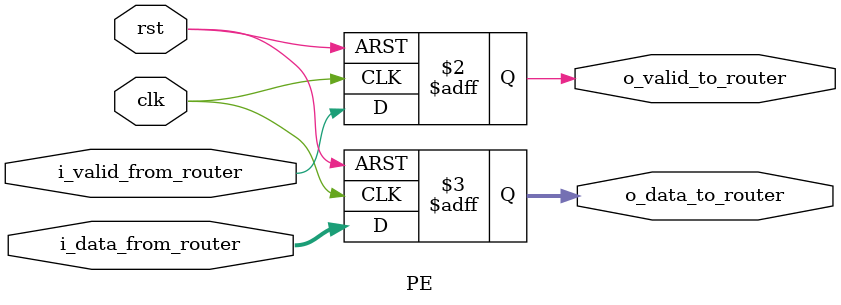
<source format=v>
`timescale 1ns / 1ps

module PE #(
    parameter DATA_WIDTH = 16, 
    parameter ADDR_WIDTH = 2
)(
    input clk, rst,
    input i_valid_from_router,
    input [DATA_WIDTH + 2*ADDR_WIDTH - 1:0] i_data_from_router, // Incoming data packet
    output reg o_valid_to_router,
    output reg [DATA_WIDTH + 2*ADDR_WIDTH - 1:0] o_data_to_router // Outgoing data packet
);

// Always pass input directly to output
always @(posedge clk or posedge rst) begin
    if (rst) begin
        o_valid_to_router <= 1'b0;
        o_data_to_router <= 0;
    end 
    else begin
        o_valid_to_router <= i_valid_from_router; // Pass valid signal
        o_data_to_router <= i_data_from_router;   // Pass input data as output
    end
end

endmodule

</source>
